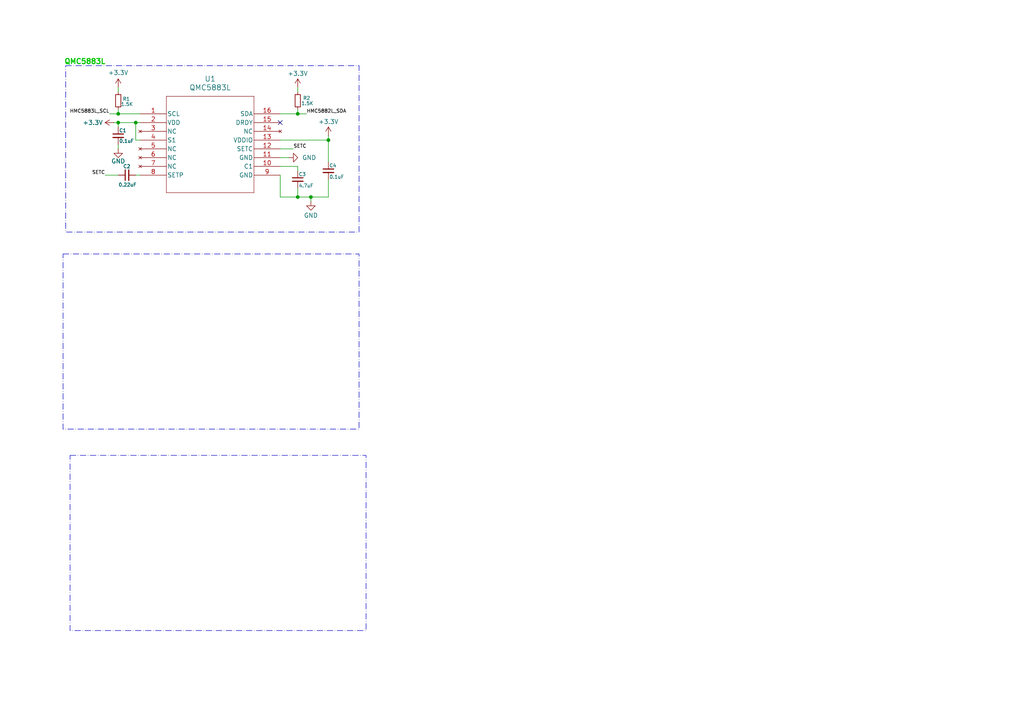
<source format=kicad_sch>
(kicad_sch (version 20231120) (generator "eeschema") (generator_version "8.0")
  (paper "A4")
  (lib_symbols
    (symbol "Device:C_Small" (pin_numbers hide) (pin_names (offset 0.254) hide)
      (property "Reference" "C" (at 0.254 1.778 0))
      (property "Value" "C_Small" (at 0.254 -2.032 0))
      (symbol "C_Small_0_1"
        (polyline (pts (xy -1.524 -0.508) (xy 1.524 -0.508)) (stroke (width 0.3302)))
        (polyline (pts (xy -1.524 0.508) (xy 1.524 0.508)) (stroke (width 0.3048)))
      )
      (symbol "C_Small_1_1"
        (pin passive line (at 0 2.54 270) (length 2.032) (name "~") (number "1"))
        (pin passive line (at 0 -2.54 90) (length 2.032) (name "~") (number "2"))
      )
    )
    (symbol "Device:R_Small" (pin_numbers hide) (pin_names (offset 0.254) hide)
      (property "Reference" "R" (at 0.762 0.508 0))
      (property "Value" "R_Small" (at 0.762 -1.016 0))
      (symbol "R_Small_0_1"
        (rectangle (start -0.762 1.778) (end 0.762 -1.778) (stroke (width 0.2032)))
      )
      (symbol "R_Small_1_1"
        (pin passive line (at 0 2.54 270) (length 0.762) (name "~") (number "1"))
        (pin passive line (at 0 -2.54 90) (length 0.762) (name "~") (number "2"))
      )
    )
    (symbol "QMC5883L:QMC5883L" (pin_names (offset 0.254))
      (property "Reference" "U" (at 20.32 10.16 0))
      (property "Value" "QMC5883L" (at 20.32 7.62 0))
      (symbol "QMC5883L_0_1"
        (polyline (pts (xy 7.62 -22.86) (xy 33.02 -22.86)) (stroke (width 0.127)))
        (polyline (pts (xy 7.62 5.08) (xy 7.62 -22.86)) (stroke (width 0.127)))
        (polyline (pts (xy 33.02 -22.86) (xy 33.02 5.08)) (stroke (width 0.127)))
        (polyline (pts (xy 33.02 5.08) (xy 7.62 5.08)) (stroke (width 0.127)))
        (pin input line (at 0 0 0) (length 7.62) (name "SCL") (number "1"))
        (pin unspecified line (at 40.64 -15.24 180) (length 7.62) (name "C1") (number "10"))
        (pin power_out line (at 40.64 -12.7 180) (length 7.62) (name "GND") (number "11"))
        (pin unspecified line (at 40.64 -10.16 180) (length 7.62) (name "SETC") (number "12"))
        (pin power_in line (at 40.64 -7.62 180) (length 7.62) (name "VDDIO") (number "13"))
        (pin no_connect line (at 40.64 -5.08 180) (length 7.62) (name "NC") (number "14"))
        (pin output line (at 40.64 -2.54 180) (length 7.62) (name "DRDY") (number "15"))
        (pin bidirectional line (at 40.64 0 180) (length 7.62) (name "SDA") (number "16"))
        (pin power_in line (at 0 -2.54 0) (length 7.62) (name "VDD") (number "2"))
        (pin no_connect line (at 0 -5.08 0) (length 7.62) (name "NC") (number "3"))
        (pin unspecified line (at 0 -7.62 0) (length 7.62) (name "S1") (number "4"))
        (pin no_connect line (at 0 -10.16 0) (length 7.62) (name "NC") (number "5"))
        (pin no_connect line (at 0 -12.7 0) (length 7.62) (name "NC") (number "6"))
        (pin no_connect line (at 0 -15.24 0) (length 7.62) (name "NC") (number "7"))
        (pin unspecified line (at 0 -17.78 0) (length 7.62) (name "SETP") (number "8"))
        (pin power_out line (at 40.64 -17.78 180) (length 7.62) (name "GND") (number "9"))
      )
    )
    (symbol "power:+3.3V" (power) (pin_numbers hide) (pin_names (offset 0) hide)
      (property "Value" "+3.3V" (at 0 3.556 0))
      (symbol "+3.3V_0_1"
        (polyline (pts (xy -0.762 1.27) (xy 0 2.54)))
        (polyline (pts (xy 0 0) (xy 0 2.54)))
        (polyline (pts (xy 0 2.54) (xy 0.762 1.27)))
      )
      (symbol "+3.3V_1_1"
        (pin power_in line (at 0 0 90) (length 0) (name "~") (number "1"))
      )
    )
    (symbol "power:GND" (power) (pin_numbers hide) (pin_names (offset 0) hide)
      (property "Value" "GND" (at 0 -3.81 0))
      (symbol "GND_0_1"
        (polyline (pts (xy 0 0) (xy 0 -1.27) (xy 1.27 -1.27) (xy 0 -2.54) (xy -1.27 -1.27) (xy 0 -1.27)))
      )
      (symbol "GND_1_1"
        (pin power_in line (at 0 0 270) (length 0) (name "~") (number "1"))
      )
    )
  )
  (junction (at 95.25 40.64))
  (junction (at 90.17 57.15))
  (junction (at 39.37 35.56))
  (junction (at 86.36 57.15))
  (junction (at 34.29 33.02))
  (junction (at 86.36 33.02))
  (junction (at 34.29 35.56))
  (no_connect (at 81.28 35.56))
  (wire (pts (xy 86.36 57.15) (xy 90.17 57.15)))
  (wire (pts (xy 39.37 40.64) (xy 39.37 35.56)))
  (wire (pts (xy 86.36 25.4) (xy 86.36 26.67)))
  (wire (pts (xy 86.36 33.02) (xy 86.36 31.75)))
  (wire (pts (xy 34.29 33.02) (xy 34.29 31.75)))
  (wire (pts (xy 40.64 40.64) (xy 39.37 40.64)))
  (wire (pts (xy 34.29 35.56) (xy 33.02 35.56)))
  (wire (pts (xy 39.37 35.56) (xy 40.64 35.56)))
  (wire (pts (xy 81.28 57.15) (xy 86.36 57.15)))
  (wire (pts (xy 30.48 50.8) (xy 34.29 50.8)))
  (wire (pts (xy 81.28 50.8) (xy 81.28 57.15)))
  (wire (pts (xy 81.28 48.26) (xy 86.36 48.26)))
  (wire (pts (xy 34.29 41.91) (xy 34.29 43.18)))
  (wire (pts (xy 95.25 40.64) (xy 95.25 46.99)))
  (wire (pts (xy 34.29 25.4) (xy 34.29 26.67)))
  (wire (pts (xy 81.28 40.64) (xy 95.25 40.64)))
  (wire (pts (xy 31.75 33.02) (xy 34.29 33.02)))
  (wire (pts (xy 34.29 36.83) (xy 34.29 35.56)))
  (wire (pts (xy 81.28 43.18) (xy 85.09 43.18)))
  (wire (pts (xy 39.37 50.8) (xy 40.64 50.8)))
  (wire (pts (xy 86.36 33.02) (xy 88.9 33.02)))
  (wire (pts (xy 81.28 45.72) (xy 83.82 45.72)))
  (wire (pts (xy 81.28 33.02) (xy 86.36 33.02)))
  (wire (pts (xy 95.25 39.37) (xy 95.25 40.64)))
  (wire (pts (xy 40.64 33.02) (xy 34.29 33.02)))
  (wire (pts (xy 86.36 48.26) (xy 86.36 49.53)))
  (wire (pts (xy 90.17 57.15) (xy 90.17 58.42)))
  (wire (pts (xy 95.25 57.15) (xy 90.17 57.15)))
  (wire (pts (xy 34.29 35.56) (xy 39.37 35.56)))
  (wire (pts (xy 95.25 52.07) (xy 95.25 57.15)))
  (wire (pts (xy 86.36 54.61) (xy 86.36 57.15)))
  (rectangle (start 20.32 132.08) (end 106.172 182.88) (stroke (width 0) (type dash_dot)))
  (rectangle (start 18.288 73.66) (end 104.14 124.46) (stroke (width 0) (type dash_dot)))
  (rectangle (start 19.05 19.05) (end 104.14 67.31) (stroke (width 0) (type dash_dot)))
  (text "QMC5883L" (at 24.638 18.034 0) (effects (font (size 1.5 1.5) (thickness 0.3) (bold yes))))
  (label "SETC" (at 30.48 50.8 180) (effects (font (size 1 1))))
  (label "SETC" (at 85.09 43.18 0) (effects (font (size 1 1))))
  (label "HMC5883L_SCL" (at 31.75 33.02 180) (effects (font (size 1 1))))
  (label "HMC5882L_SDA" (at 88.9 33.02 0) (effects (font (size 1 1))))
  (symbol (lib_id "power:+3.3V") (at 34.29 25.4 0) (unit 1)
    (property "Reference" "#PWR02" (effects (hide yes)))
    (property "Value" "+3.3V" (at 34.29 21.082 0))
    (property "Description" "Power symbol creates a global label with name \"+3.3V\"" (effects (hide yes)))
  )
  (symbol (lib_id "power:GND") (at 90.17 58.42 0) (unit 1)
    (property "Reference" "#PWR06" (effects (hide yes)))
    (property "Value" "GND" (at 90.17 62.484 0))
    (property "Description" "Power symbol creates a global label with name \"GND\" , ground" (effects (hide yes)))
  )
  (symbol (lib_id "power:+3.3V") (at 86.36 25.4 0) (unit 1)
    (property "Reference" "#PWR05" (effects (hide yes)))
    (property "Value" "+3.3V" (at 86.36 21.336 0))
    (property "Description" "Power symbol creates a global label with name \"+3.3V\"" (effects (hide yes)))
  )
  (symbol (lib_id "Device:R_Small") (at 86.36 29.21 0) (unit 1)
    (property "Reference" "R2" (at 87.884 28.448 0) (effects (font (size 1 1)) (justify left)))
    (property "Value" "1.5K" (at 87.376 29.972 0) (effects (font (size 1 1)) (justify left)))
    (property "Footprint" "Resistor_SMD:R_0805_2012Metric_Pad1.20x1.40mm_HandSolder" (effects (hide yes)))
    (property "Description" "Resistor, small symbol" (effects (hide yes)))
  )
  (symbol (lib_id "Device:C_Small") (at 95.25 49.53 0) (unit 1)
    (property "Reference" "C4" (at 95.504 48.006 0) (effects (font (size 1 1)) (justify left)))
    (property "Value" "0.1uF" (at 95.504 51.308 0) (effects (font (size 1 1)) (justify left)))
    (property "Footprint" "Capacitor_SMD:C_0805_2012Metric_Pad1.18x1.45mm_HandSolder" (effects (hide yes)))
    (property "Description" "Unpolarized capacitor, small symbol" (effects (hide yes)))
  )
  (symbol (lib_id "QMC5883L:QMC5883L") (at 40.64 33.02 0) (unit 1)
    (property "Reference" "U1" (at 60.96 22.86 0) (effects (font (size 1.524 1.524))))
    (property "Value" "QMC5883L" (at 60.96 25.4 0) (effects (font (size 1.524 1.524))))
    (property "Footprint" "QMC5883L:QMC5883L_QST" (effects (hide yes)))
    (property "Datasheet" "QMC5883L" (effects (hide yes)))
  )
  (symbol (lib_id "power:GND") (at 34.29 43.18 0) (unit 1)
    (property "Reference" "#PWR03" (effects (hide yes)))
    (property "Value" "GND" (at 34.29 46.736 0))
    (property "Description" "Power symbol creates a global label with name \"GND\" , ground" (effects (hide yes)))
  )
  (symbol (lib_id "power:GND") (at 83.82 45.72 90) (unit 1)
    (property "Reference" "#PWR04" (effects (hide yes)))
    (property "Value" "GND" (at 87.63 45.7199 90) (effects (justify right)))
    (property "Description" "Power symbol creates a global label with name \"GND\" , ground" (effects (hide yes)))
  )
  (symbol (lib_id "power:+3.3V") (at 95.25 39.37 0) (unit 1)
    (property "Reference" "#PWR07" (effects (hide yes)))
    (property "Value" "+3.3V" (at 95.25 35.306 0))
    (property "Description" "Power symbol creates a global label with name \"+3.3V\"" (effects (hide yes)))
  )
  (symbol (lib_id "Device:C_Small") (at 34.29 39.37 0) (unit 1)
    (property "Reference" "C1" (at 34.544 37.846 0) (effects (font (size 1 1)) (justify left)))
    (property "Value" "0.1uF" (at 34.544 40.894 0) (effects (font (size 1 1)) (justify left)))
    (property "Footprint" "Capacitor_SMD:C_0805_2012Metric_Pad1.18x1.45mm_HandSolder" (effects (hide yes)))
    (property "Description" "Unpolarized capacitor, small symbol" (effects (hide yes)))
  )
  (symbol (lib_id "Device:C_Small") (at 36.83 50.8 90) (unit 1)
    (property "Reference" "C2" (at 37.846 48.26 90) (effects (font (size 1 1)) (justify left)))
    (property "Value" "0.22uF" (at 39.624 53.594 90) (effects (font (size 1 1)) (justify left)))
    (property "Footprint" "Capacitor_SMD:C_0805_2012Metric_Pad1.18x1.45mm_HandSolder" (effects (hide yes)))
    (property "Description" "Unpolarized capacitor, small symbol" (effects (hide yes)))
  )
  (symbol (lib_id "power:+3.3V") (at 33.02 35.56 90) (unit 1)
    (property "Reference" "#PWR01" (effects (hide yes)))
    (property "Value" "+3.3V" (at 26.924 35.56 90))
    (property "Description" "Power symbol creates a global label with name \"+3.3V\"" (effects (hide yes)))
  )
  (symbol (lib_id "Device:C_Small") (at 86.36 52.07 0) (unit 1)
    (property "Reference" "C3" (at 86.614 50.546 0) (effects (font (size 1 1)) (justify left)))
    (property "Value" "4.7uF" (at 86.614 53.848 0) (effects (font (size 1 1)) (justify left)))
    (property "Footprint" "Capacitor_SMD:C_0805_2012Metric_Pad1.18x1.45mm_HandSolder" (effects (hide yes)))
    (property "Description" "Unpolarized capacitor, small symbol" (effects (hide yes)))
  )
  (symbol (lib_id "Device:R_Small") (at 34.29 29.21 0) (unit 1)
    (property "Reference" "R1" (at 35.56 28.702 0) (effects (font (size 1 1)) (justify left)))
    (property "Value" "1.5K" (at 35.052 30.226 0) (effects (font (size 1 1)) (justify left)))
    (property "Footprint" "Resistor_SMD:R_0805_2012Metric_Pad1.20x1.40mm_HandSolder" (effects (hide yes)))
    (property "Description" "Resistor, small symbol" (effects (hide yes)))
  )
)
</source>
